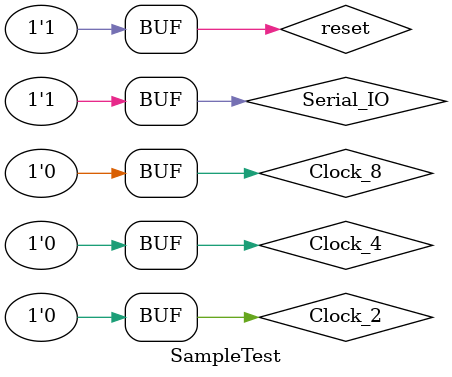
<source format=v>
`timescale 1ns / 1ps


module SampleTest;

	// Inputs
	reg Clock_2;
	reg Clock_4;
	reg Clock_8;
	reg reset;
	reg Serial_IO;
	
	// Outputs
	wire [6:0] count;
	wire count_reset;
	wire shift_clk;
	wire latch;
	wire select;
	wire [15:0] shift_out;
	wire [15:0] parallel_out;
	wire [3:0] dirs;
	
	// Instantiate the Unit Under Test (UUT)
	IOSelect uut (
		.clk(Clock_4), 
		.reset(reset), 
		.count(count), 
		.count_reset(count_reset), 
		.latch(latch), 
		.select(select)
		);

	Inverter inv (
		.clk(Clock_8),
		.reset(reset),
		.shift_clk(shift_clk)
		);
		
	ShiftRegister SR (
		.reset(reset),
		.clk(shift_clk),
		.serial_in(Serial_IO),
		.buffer(shift_out)
		);
		
	FlipFlop FF (
		.reset(reset),
		.latch(latch),
		.in(shift_out),
		.out(parallel_out)
		);
		
	Decoder Decode(
		.state(parallel_out),
		.dirs(dirs)
		);
		
	always
		begin
			Clock_2 = 1;	Clock_4 = 1;	Clock_8 = 1;	#5;
			Clock_2 = 0;											#5;
			Clock_2 = 1;	Clock_4 = 0;						#5;
			Clock_2 = 0;											#5;
			Clock_2 = 1;	Clock_4 = 1;	Clock_8 = 0;	#5;
			Clock_2 = 0;											#5;
			Clock_2 = 1; 	Clock_4 = 0;						#5;
			Clock_2 = 0;											#5;
		end

	
	initial begin
		// Initialize Inputs
		Clock_2 = 0;
		Clock_4 = 0;
		Clock_8 = 0;
		reset = 0;
		Serial_IO = 1;
		
		// Wait 120 ns for global reset to finish
		#120;
        
		reset = 1;
		/* logic 0 */
//		Serial_IO = 0;	#10;	Serial_IO = 0; #10		Serial_IO = 0; #10;	Serial_IO = 1;	#10;
		
		
		/* logic 1 */
//		Serial_IO = 0;	#10;	Serial_IO = 1; #10		Serial_IO = 1; #10;	Serial_IO = 1;	#10;
		
		/* 8'h01 => Get Button Status */
		Serial_IO = 0;	#10;	Serial_IO = 0; #10		Serial_IO = 0; #10;	Serial_IO = 1;	#10;
		Serial_IO = 0;	#10;	Serial_IO = 0; #10		Serial_IO = 0; #10;	Serial_IO = 1;	#10;
		Serial_IO = 0;	#10;	Serial_IO = 0; #10		Serial_IO = 0; #10;	Serial_IO = 1;	#10;
		Serial_IO = 0;	#10;	Serial_IO = 0; #10		Serial_IO = 0; #10;	Serial_IO = 1;	#10;
		Serial_IO = 0;	#10;	Serial_IO = 0; #10		Serial_IO = 0; #10;	Serial_IO = 1;	#10;
		Serial_IO = 0;	#10;	Serial_IO = 0; #10		Serial_IO = 0; #10;	Serial_IO = 1;	#10;
		Serial_IO = 0;	#10;	Serial_IO = 0; #10		Serial_IO = 0; #10;	Serial_IO = 1;	#10;
		Serial_IO = 0;	#10;	Serial_IO = 1; #10		Serial_IO = 1; #10;	Serial_IO = 1;	#10;
		Serial_IO = 0;	#10;	Serial_IO = 1; #10		Serial_IO = 1; #10;	Serial_IO = 1;	#10;
		
		/* 32 bit response + 1 stop bit */
		Serial_IO = 0;	#10;	Serial_IO = 0; #10		Serial_IO = 0; #10;	Serial_IO = 1;	#10;
		Serial_IO = 0;	#10;	Serial_IO = 0; #10		Serial_IO = 0; #10;	Serial_IO = 1;	#10;
		Serial_IO = 0;	#10;	Serial_IO = 0; #10		Serial_IO = 0; #10;	Serial_IO = 1;	#10;
		Serial_IO = 0;	#10;	Serial_IO = 0; #10		Serial_IO = 0; #10;	Serial_IO = 1;	#10;
		Serial_IO = 0;	#10;	Serial_IO = 1; #10		Serial_IO = 1; #10;	Serial_IO = 1;	#10;
		Serial_IO = 0;	#10;	Serial_IO = 0; #10		Serial_IO = 0; #10;	Serial_IO = 1;	#10;
		Serial_IO = 0;	#10;	Serial_IO = 0; #10		Serial_IO = 0; #10;	Serial_IO = 1;	#10;
		Serial_IO = 0;	#10;	Serial_IO = 0; #10		Serial_IO = 0; #10;	Serial_IO = 1;	#10;
		
		Serial_IO = 0;	#10;	Serial_IO = 1; #10		Serial_IO = 1; #10;	Serial_IO = 1;	#10;
		Serial_IO = 0;	#10;	Serial_IO = 1; #10		Serial_IO = 1; #10;	Serial_IO = 1;	#10;
		Serial_IO = 0;	#10;	Serial_IO = 0; #10		Serial_IO = 0; #10;	Serial_IO = 1;	#10;
		Serial_IO = 0;	#10;	Serial_IO = 0; #10		Serial_IO = 0; #10;	Serial_IO = 1;	#10;
		Serial_IO = 0;	#10;	Serial_IO = 0; #10		Serial_IO = 0; #10;	Serial_IO = 1;	#10;
		Serial_IO = 0;	#10;	Serial_IO = 0; #10		Serial_IO = 0; #10;	Serial_IO = 1;	#10;
		Serial_IO = 0;	#10;	Serial_IO = 0; #10		Serial_IO = 0; #10;	Serial_IO = 1;	#10;
		Serial_IO = 0;	#10;	Serial_IO = 0; #10		Serial_IO = 0; #10;	Serial_IO = 1;	#10;
		
		Serial_IO = 0;	#10;	Serial_IO = 0; #10		Serial_IO = 0; #10;	Serial_IO = 1;	#10;
		Serial_IO = 0;	#10;	Serial_IO = 0; #10		Serial_IO = 0; #10;	Serial_IO = 1;	#10;
		Serial_IO = 0;	#10;	Serial_IO = 0; #10		Serial_IO = 0; #10;	Serial_IO = 1;	#10;
		Serial_IO = 0;	#10;	Serial_IO = 0; #10		Serial_IO = 0; #10;	Serial_IO = 1;	#10;
		Serial_IO = 0;	#10;	Serial_IO = 0; #10		Serial_IO = 0; #10;	Serial_IO = 1;	#10;
		Serial_IO = 0;	#10;	Serial_IO = 0; #10		Serial_IO = 0; #10;	Serial_IO = 1;	#10;
		Serial_IO = 0;	#10;	Serial_IO = 0; #10		Serial_IO = 0; #10;	Serial_IO = 1;	#10;
		Serial_IO = 0;	#10;	Serial_IO = 0; #10		Serial_IO = 0; #10;	Serial_IO = 1;	#10;
		
		Serial_IO = 0;	#10;	Serial_IO = 0; #10		Serial_IO = 0; #10;	Serial_IO = 1;	#10;
		Serial_IO = 0;	#10;	Serial_IO = 0; #10		Serial_IO = 0; #10;	Serial_IO = 1;	#10;
		Serial_IO = 0;	#10;	Serial_IO = 0; #10		Serial_IO = 0; #10;	Serial_IO = 1;	#10;
		Serial_IO = 0;	#10;	Serial_IO = 0; #10		Serial_IO = 0; #10;	Serial_IO = 1;	#10;
		Serial_IO = 0;	#10;	Serial_IO = 0; #10		Serial_IO = 0; #10;	Serial_IO = 1;	#10;
		Serial_IO = 0;	#10;	Serial_IO = 0; #10		Serial_IO = 0; #10;	Serial_IO = 1;	#10;
		Serial_IO = 0;	#10;	Serial_IO = 0; #10		Serial_IO = 0; #10;	Serial_IO = 1;	#10;
		Serial_IO = 0;	#10;	Serial_IO = 0; #10		Serial_IO = 0; #10;	Serial_IO = 1;	#10;
		
		Serial_IO = 0;	#10;	Serial_IO = 1; #10		Serial_IO = 1; #10;	Serial_IO = 1;	#10;
		
		/* signal waiting period */
		#880;
		
		/* 8'h01 -> Get Button Status */
		Serial_IO = 0;	#10;	Serial_IO = 0; #10		Serial_IO = 0; #10;	Serial_IO = 1;	#10;
		Serial_IO = 0;	#10;	Serial_IO = 0; #10		Serial_IO = 0; #10;	Serial_IO = 1;	#10;
		Serial_IO = 0;	#10;	Serial_IO = 0; #10		Serial_IO = 0; #10;	Serial_IO = 1;	#10;
		Serial_IO = 0;	#10;	Serial_IO = 0; #10		Serial_IO = 0; #10;	Serial_IO = 1;	#10;
		Serial_IO = 0;	#10;	Serial_IO = 0; #10		Serial_IO = 0; #10;	Serial_IO = 1;	#10;
		Serial_IO = 0;	#10;	Serial_IO = 0; #10		Serial_IO = 0; #10;	Serial_IO = 1;	#10;
		Serial_IO = 0;	#10;	Serial_IO = 0; #10		Serial_IO = 0; #10;	Serial_IO = 1;	#10;
		Serial_IO = 0;	#10;	Serial_IO = 1; #10		Serial_IO = 1; #10;	Serial_IO = 1;	#10;
		Serial_IO = 0;	#10;	Serial_IO = 1; #10		Serial_IO = 1; #10;	Serial_IO = 1;	#10;
		
		/* 32 bit response + 1 stop bit */
		Serial_IO = 0;	#10;	Serial_IO = 0; #10		Serial_IO = 0; #10;	Serial_IO = 1;	#10;
		Serial_IO = 0;	#10;	Serial_IO = 0; #10		Serial_IO = 0; #10;	Serial_IO = 1;	#10;
		Serial_IO = 0;	#10;	Serial_IO = 0; #10		Serial_IO = 0; #10;	Serial_IO = 1;	#10;
		Serial_IO = 0;	#10;	Serial_IO = 0; #10		Serial_IO = 0; #10;	Serial_IO = 1;	#10;
		Serial_IO = 0;	#10;	Serial_IO = 0; #10		Serial_IO = 0; #10;	Serial_IO = 1;	#10;
		Serial_IO = 0;	#10;	Serial_IO = 1; #10		Serial_IO = 1; #10;	Serial_IO = 1;	#10;
		Serial_IO = 0;	#10;	Serial_IO = 1; #10		Serial_IO = 1; #10;	Serial_IO = 1;	#10;
		Serial_IO = 0;	#10;	Serial_IO = 0; #10		Serial_IO = 0; #10;	Serial_IO = 1;	#10;
		
		Serial_IO = 0;	#10;	Serial_IO = 1; #10		Serial_IO = 1; #10;	Serial_IO = 1;	#10;
		Serial_IO = 0;	#10;	Serial_IO = 1; #10		Serial_IO = 1; #10;	Serial_IO = 1;	#10;
		Serial_IO = 0;	#10;	Serial_IO = 0; #10		Serial_IO = 0; #10;	Serial_IO = 1;	#10;
		Serial_IO = 0;	#10;	Serial_IO = 0; #10		Serial_IO = 0; #10;	Serial_IO = 1;	#10;
		Serial_IO = 0;	#10;	Serial_IO = 0; #10		Serial_IO = 0; #10;	Serial_IO = 1;	#10;
		Serial_IO = 0;	#10;	Serial_IO = 0; #10		Serial_IO = 0; #10;	Serial_IO = 1;	#10;
		Serial_IO = 0;	#10;	Serial_IO = 0; #10		Serial_IO = 0; #10;	Serial_IO = 1;	#10;
		Serial_IO = 0;	#10;	Serial_IO = 0; #10		Serial_IO = 0; #10;	Serial_IO = 1;	#10;
		
		Serial_IO = 0;	#10;	Serial_IO = 0; #10		Serial_IO = 0; #10;	Serial_IO = 1;	#10;
		Serial_IO = 0;	#10;	Serial_IO = 0; #10		Serial_IO = 0; #10;	Serial_IO = 1;	#10;
		Serial_IO = 0;	#10;	Serial_IO = 0; #10		Serial_IO = 0; #10;	Serial_IO = 1;	#10;
		Serial_IO = 0;	#10;	Serial_IO = 0; #10		Serial_IO = 0; #10;	Serial_IO = 1;	#10;
		Serial_IO = 0;	#10;	Serial_IO = 0; #10		Serial_IO = 0; #10;	Serial_IO = 1;	#10;
		Serial_IO = 0;	#10;	Serial_IO = 0; #10		Serial_IO = 0; #10;	Serial_IO = 1;	#10;
		Serial_IO = 0;	#10;	Serial_IO = 0; #10		Serial_IO = 0; #10;	Serial_IO = 1;	#10;
		Serial_IO = 0;	#10;	Serial_IO = 0; #10		Serial_IO = 0; #10;	Serial_IO = 1;	#10;
		
		Serial_IO = 0;	#10;	Serial_IO = 0; #10		Serial_IO = 0; #10;	Serial_IO = 1;	#10;
		Serial_IO = 0;	#10;	Serial_IO = 0; #10		Serial_IO = 0; #10;	Serial_IO = 1;	#10;
		Serial_IO = 0;	#10;	Serial_IO = 0; #10		Serial_IO = 0; #10;	Serial_IO = 1;	#10;
		Serial_IO = 0;	#10;	Serial_IO = 0; #10		Serial_IO = 0; #10;	Serial_IO = 1;	#10;
		Serial_IO = 0;	#10;	Serial_IO = 0; #10		Serial_IO = 0; #10;	Serial_IO = 1;	#10;
		Serial_IO = 0;	#10;	Serial_IO = 0; #10		Serial_IO = 0; #10;	Serial_IO = 1;	#10;
		Serial_IO = 0;	#10;	Serial_IO = 0; #10		Serial_IO = 0; #10;	Serial_IO = 1;	#10;
		Serial_IO = 0;	#10;	Serial_IO = 0; #10		Serial_IO = 0; #10;	Serial_IO = 1;	#10;
		
		Serial_IO = 0;	#10;	Serial_IO = 1; #10		Serial_IO = 1; #10;	Serial_IO = 1;	#10;

	end
      
endmodule


</source>
